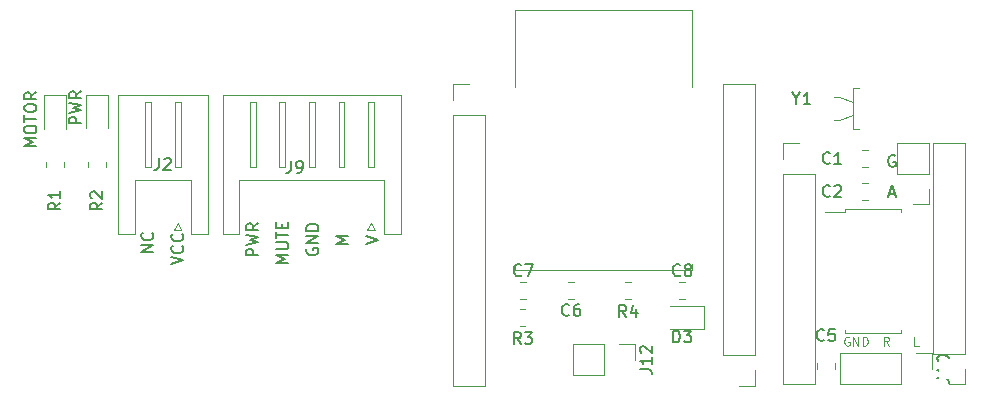
<source format=gto>
G04 #@! TF.GenerationSoftware,KiCad,Pcbnew,5.1.9+dfsg1-1*
G04 #@! TF.CreationDate,2022-11-10T15:58:18+09:00*
G04 #@! TF.ProjectId,adapter-board,61646170-7465-4722-9d62-6f6172642e6b,rev?*
G04 #@! TF.SameCoordinates,Original*
G04 #@! TF.FileFunction,Legend,Top*
G04 #@! TF.FilePolarity,Positive*
%FSLAX46Y46*%
G04 Gerber Fmt 4.6, Leading zero omitted, Abs format (unit mm)*
G04 Created by KiCad (PCBNEW 5.1.9+dfsg1-1) date 2022-11-10 15:58:18*
%MOMM*%
%LPD*%
G01*
G04 APERTURE LIST*
%ADD10C,0.100000*%
%ADD11C,0.150000*%
%ADD12C,0.120000*%
%ADD13C,5.600000*%
%ADD14C,1.524000*%
%ADD15R,1.700000X1.700000*%
%ADD16O,1.700000X1.700000*%
%ADD17R,3.000000X1.000000*%
%ADD18O,1.700000X2.000000*%
%ADD19O,1.700000X1.950000*%
%ADD20C,1.000000*%
%ADD21R,8.000000X3.000000*%
G04 APERTURE END LIST*
D10*
X159998142Y-88985285D02*
X159641000Y-88985285D01*
X159641000Y-88235285D01*
X157458142Y-88985285D02*
X157208142Y-88628142D01*
X157029571Y-88985285D02*
X157029571Y-88235285D01*
X157315285Y-88235285D01*
X157386714Y-88271000D01*
X157422428Y-88306714D01*
X157458142Y-88378142D01*
X157458142Y-88485285D01*
X157422428Y-88556714D01*
X157386714Y-88592428D01*
X157315285Y-88628142D01*
X157029571Y-88628142D01*
X154114571Y-88271000D02*
X154043142Y-88235285D01*
X153936000Y-88235285D01*
X153828857Y-88271000D01*
X153757428Y-88342428D01*
X153721714Y-88413857D01*
X153686000Y-88556714D01*
X153686000Y-88663857D01*
X153721714Y-88806714D01*
X153757428Y-88878142D01*
X153828857Y-88949571D01*
X153936000Y-88985285D01*
X154007428Y-88985285D01*
X154114571Y-88949571D01*
X154150285Y-88913857D01*
X154150285Y-88663857D01*
X154007428Y-88663857D01*
X154471714Y-88985285D02*
X154471714Y-88235285D01*
X154900285Y-88985285D01*
X154900285Y-88235285D01*
X155257428Y-88985285D02*
X155257428Y-88235285D01*
X155436000Y-88235285D01*
X155543142Y-88271000D01*
X155614571Y-88342428D01*
X155650285Y-88413857D01*
X155686000Y-88556714D01*
X155686000Y-88663857D01*
X155650285Y-88806714D01*
X155614571Y-88878142D01*
X155543142Y-88949571D01*
X155436000Y-88985285D01*
X155257428Y-88985285D01*
D11*
X157995904Y-72906000D02*
X157900666Y-72858380D01*
X157757809Y-72858380D01*
X157614952Y-72906000D01*
X157519714Y-73001238D01*
X157472095Y-73096476D01*
X157424476Y-73286952D01*
X157424476Y-73429809D01*
X157472095Y-73620285D01*
X157519714Y-73715523D01*
X157614952Y-73810761D01*
X157757809Y-73858380D01*
X157853047Y-73858380D01*
X157995904Y-73810761D01*
X158043523Y-73763142D01*
X158043523Y-73429809D01*
X157853047Y-73429809D01*
X157495904Y-76112666D02*
X157972095Y-76112666D01*
X157400666Y-76398380D02*
X157734000Y-75398380D01*
X158067333Y-76398380D01*
X113244380Y-80343333D02*
X114244380Y-80010000D01*
X113244380Y-79676666D01*
X111704380Y-80343333D02*
X110704380Y-80343333D01*
X111418666Y-80010000D01*
X110704380Y-79676666D01*
X111704380Y-79676666D01*
X108212000Y-80771904D02*
X108164380Y-80867142D01*
X108164380Y-81010000D01*
X108212000Y-81152857D01*
X108307238Y-81248095D01*
X108402476Y-81295714D01*
X108592952Y-81343333D01*
X108735809Y-81343333D01*
X108926285Y-81295714D01*
X109021523Y-81248095D01*
X109116761Y-81152857D01*
X109164380Y-81010000D01*
X109164380Y-80914761D01*
X109116761Y-80771904D01*
X109069142Y-80724285D01*
X108735809Y-80724285D01*
X108735809Y-80914761D01*
X109164380Y-80295714D02*
X108164380Y-80295714D01*
X109164380Y-79724285D01*
X108164380Y-79724285D01*
X109164380Y-79248095D02*
X108164380Y-79248095D01*
X108164380Y-79010000D01*
X108212000Y-78867142D01*
X108307238Y-78771904D01*
X108402476Y-78724285D01*
X108592952Y-78676666D01*
X108735809Y-78676666D01*
X108926285Y-78724285D01*
X109021523Y-78771904D01*
X109116761Y-78867142D01*
X109164380Y-79010000D01*
X109164380Y-79248095D01*
X106624380Y-81954476D02*
X105624380Y-81954476D01*
X106338666Y-81621142D01*
X105624380Y-81287809D01*
X106624380Y-81287809D01*
X105624380Y-80811619D02*
X106433904Y-80811619D01*
X106529142Y-80764000D01*
X106576761Y-80716380D01*
X106624380Y-80621142D01*
X106624380Y-80430666D01*
X106576761Y-80335428D01*
X106529142Y-80287809D01*
X106433904Y-80240190D01*
X105624380Y-80240190D01*
X105624380Y-79906857D02*
X105624380Y-79335428D01*
X106624380Y-79621142D02*
X105624380Y-79621142D01*
X106100571Y-79002095D02*
X106100571Y-78668761D01*
X106624380Y-78525904D02*
X106624380Y-79002095D01*
X105624380Y-79002095D01*
X105624380Y-78525904D01*
X104084380Y-81343333D02*
X103084380Y-81343333D01*
X103084380Y-80962380D01*
X103132000Y-80867142D01*
X103179619Y-80819523D01*
X103274857Y-80771904D01*
X103417714Y-80771904D01*
X103512952Y-80819523D01*
X103560571Y-80867142D01*
X103608190Y-80962380D01*
X103608190Y-81343333D01*
X103084380Y-80438571D02*
X104084380Y-80200476D01*
X103370095Y-80010000D01*
X104084380Y-79819523D01*
X103084380Y-79581428D01*
X104084380Y-78629047D02*
X103608190Y-78962380D01*
X104084380Y-79200476D02*
X103084380Y-79200476D01*
X103084380Y-78819523D01*
X103132000Y-78724285D01*
X103179619Y-78676666D01*
X103274857Y-78629047D01*
X103417714Y-78629047D01*
X103512952Y-78676666D01*
X103560571Y-78724285D01*
X103608190Y-78819523D01*
X103608190Y-79200476D01*
X95194380Y-81049714D02*
X94194380Y-81049714D01*
X95194380Y-80478285D01*
X94194380Y-80478285D01*
X95099142Y-79430666D02*
X95146761Y-79478285D01*
X95194380Y-79621142D01*
X95194380Y-79716380D01*
X95146761Y-79859238D01*
X95051523Y-79954476D01*
X94956285Y-80002095D01*
X94765809Y-80049714D01*
X94622952Y-80049714D01*
X94432476Y-80002095D01*
X94337238Y-79954476D01*
X94242000Y-79859238D01*
X94194380Y-79716380D01*
X94194380Y-79621142D01*
X94242000Y-79478285D01*
X94289619Y-79430666D01*
X96734380Y-82105333D02*
X97734380Y-81772000D01*
X96734380Y-81438666D01*
X97639142Y-80533904D02*
X97686761Y-80581523D01*
X97734380Y-80724380D01*
X97734380Y-80819619D01*
X97686761Y-80962476D01*
X97591523Y-81057714D01*
X97496285Y-81105333D01*
X97305809Y-81152952D01*
X97162952Y-81152952D01*
X96972476Y-81105333D01*
X96877238Y-81057714D01*
X96782000Y-80962476D01*
X96734380Y-80819619D01*
X96734380Y-80724380D01*
X96782000Y-80581523D01*
X96829619Y-80533904D01*
X97639142Y-79533904D02*
X97686761Y-79581523D01*
X97734380Y-79724380D01*
X97734380Y-79819619D01*
X97686761Y-79962476D01*
X97591523Y-80057714D01*
X97496285Y-80105333D01*
X97305809Y-80152952D01*
X97162952Y-80152952D01*
X96972476Y-80105333D01*
X96877238Y-80057714D01*
X96782000Y-79962476D01*
X96734380Y-79819619D01*
X96734380Y-79724380D01*
X96782000Y-79581523D01*
X96829619Y-79533904D01*
X85288380Y-72111904D02*
X84288380Y-72111904D01*
X85002666Y-71778571D01*
X84288380Y-71445238D01*
X85288380Y-71445238D01*
X84288380Y-70778571D02*
X84288380Y-70588095D01*
X84336000Y-70492857D01*
X84431238Y-70397619D01*
X84621714Y-70350000D01*
X84955047Y-70350000D01*
X85145523Y-70397619D01*
X85240761Y-70492857D01*
X85288380Y-70588095D01*
X85288380Y-70778571D01*
X85240761Y-70873809D01*
X85145523Y-70969047D01*
X84955047Y-71016666D01*
X84621714Y-71016666D01*
X84431238Y-70969047D01*
X84336000Y-70873809D01*
X84288380Y-70778571D01*
X84288380Y-70064285D02*
X84288380Y-69492857D01*
X85288380Y-69778571D02*
X84288380Y-69778571D01*
X84288380Y-68969047D02*
X84288380Y-68778571D01*
X84336000Y-68683333D01*
X84431238Y-68588095D01*
X84621714Y-68540476D01*
X84955047Y-68540476D01*
X85145523Y-68588095D01*
X85240761Y-68683333D01*
X85288380Y-68778571D01*
X85288380Y-68969047D01*
X85240761Y-69064285D01*
X85145523Y-69159523D01*
X84955047Y-69207142D01*
X84621714Y-69207142D01*
X84431238Y-69159523D01*
X84336000Y-69064285D01*
X84288380Y-68969047D01*
X85288380Y-67540476D02*
X84812190Y-67873809D01*
X85288380Y-68111904D02*
X84288380Y-68111904D01*
X84288380Y-67730952D01*
X84336000Y-67635714D01*
X84383619Y-67588095D01*
X84478857Y-67540476D01*
X84621714Y-67540476D01*
X84716952Y-67588095D01*
X84764571Y-67635714D01*
X84812190Y-67730952D01*
X84812190Y-68111904D01*
X89098380Y-70167333D02*
X88098380Y-70167333D01*
X88098380Y-69786380D01*
X88146000Y-69691142D01*
X88193619Y-69643523D01*
X88288857Y-69595904D01*
X88431714Y-69595904D01*
X88526952Y-69643523D01*
X88574571Y-69691142D01*
X88622190Y-69786380D01*
X88622190Y-70167333D01*
X88098380Y-69262571D02*
X89098380Y-69024476D01*
X88384095Y-68834000D01*
X89098380Y-68643523D01*
X88098380Y-68405428D01*
X89098380Y-67453047D02*
X88622190Y-67786380D01*
X89098380Y-68024476D02*
X88098380Y-68024476D01*
X88098380Y-67643523D01*
X88146000Y-67548285D01*
X88193619Y-67500666D01*
X88288857Y-67453047D01*
X88431714Y-67453047D01*
X88526952Y-67500666D01*
X88574571Y-67548285D01*
X88622190Y-67643523D01*
X88622190Y-68024476D01*
D12*
X120590000Y-66869000D02*
X121920000Y-66869000D01*
X120590000Y-68199000D02*
X120590000Y-66869000D01*
X120590000Y-69469000D02*
X123250000Y-69469000D01*
X123250000Y-69469000D02*
X123250000Y-92389000D01*
X120590000Y-69469000D02*
X120590000Y-92389000D01*
X120590000Y-92389000D02*
X123250000Y-92389000D01*
X148530000Y-71822000D02*
X149860000Y-71822000D01*
X148530000Y-73152000D02*
X148530000Y-71822000D01*
X148530000Y-74422000D02*
X151190000Y-74422000D01*
X151190000Y-74422000D02*
X151190000Y-92262000D01*
X148530000Y-74422000D02*
X148530000Y-92262000D01*
X148530000Y-92262000D02*
X151190000Y-92262000D01*
X140850000Y-82568000D02*
X140850000Y-82068000D01*
X125850000Y-82568000D02*
X140850000Y-82568000D01*
X125850000Y-82068000D02*
X125850000Y-82568000D01*
X140850000Y-60568000D02*
X125850000Y-60568000D01*
X140850000Y-67068000D02*
X140850000Y-60568000D01*
X125850000Y-67068000D02*
X125850000Y-60568000D01*
X153773000Y-77672000D02*
X152108000Y-77672000D01*
X153773000Y-77417000D02*
X153773000Y-77672000D01*
X156158000Y-77417000D02*
X153773000Y-77417000D01*
X158543000Y-77417000D02*
X158543000Y-77672000D01*
X156158000Y-77417000D02*
X158543000Y-77417000D01*
X153773000Y-87937000D02*
X153773000Y-87682000D01*
X156158000Y-87937000D02*
X153773000Y-87937000D01*
X158543000Y-87937000D02*
X158543000Y-87682000D01*
X156158000Y-87937000D02*
X158543000Y-87937000D01*
X146110000Y-66869000D02*
X143450000Y-66869000D01*
X146110000Y-89789000D02*
X146110000Y-66869000D01*
X143450000Y-89789000D02*
X143450000Y-66869000D01*
X146110000Y-89789000D02*
X143450000Y-89789000D01*
X146110000Y-91059000D02*
X146110000Y-92389000D01*
X146110000Y-92389000D02*
X144780000Y-92389000D01*
X163890000Y-71822000D02*
X161230000Y-71822000D01*
X163890000Y-89662000D02*
X163890000Y-71822000D01*
X161230000Y-89662000D02*
X161230000Y-71822000D01*
X163890000Y-89662000D02*
X161230000Y-89662000D01*
X163890000Y-90932000D02*
X163890000Y-92262000D01*
X163890000Y-92262000D02*
X162560000Y-92262000D01*
X87828000Y-70605000D02*
X87828000Y-67745000D01*
X87828000Y-67745000D02*
X85908000Y-67745000D01*
X85908000Y-67745000D02*
X85908000Y-70605000D01*
X89464000Y-67736000D02*
X89464000Y-70596000D01*
X91384000Y-67736000D02*
X89464000Y-67736000D01*
X91384000Y-70596000D02*
X91384000Y-67736000D01*
X96982000Y-79189000D02*
X97282000Y-78589000D01*
X97582000Y-79189000D02*
X96982000Y-79189000D01*
X97282000Y-78589000D02*
X97582000Y-79189000D01*
X94532000Y-73889000D02*
X95032000Y-73889000D01*
X94532000Y-68389000D02*
X94532000Y-73889000D01*
X95032000Y-68389000D02*
X94532000Y-68389000D01*
X95032000Y-73889000D02*
X95032000Y-68389000D01*
X97032000Y-73889000D02*
X97532000Y-73889000D01*
X97032000Y-68389000D02*
X97032000Y-73889000D01*
X97532000Y-68389000D02*
X97032000Y-68389000D01*
X97532000Y-73889000D02*
X97532000Y-68389000D01*
X93642000Y-74999000D02*
X96032000Y-74999000D01*
X93642000Y-79499000D02*
X93642000Y-74999000D01*
X92222000Y-79499000D02*
X93642000Y-79499000D01*
X92222000Y-67779000D02*
X92222000Y-79499000D01*
X96032000Y-67779000D02*
X92222000Y-67779000D01*
X98422000Y-74999000D02*
X96032000Y-74999000D01*
X98422000Y-79499000D02*
X98422000Y-74999000D01*
X99842000Y-79499000D02*
X98422000Y-79499000D01*
X99842000Y-67779000D02*
X99842000Y-79499000D01*
X96032000Y-67779000D02*
X99842000Y-67779000D01*
X113332000Y-79189000D02*
X113632000Y-78589000D01*
X113932000Y-79189000D02*
X113332000Y-79189000D01*
X113632000Y-78589000D02*
X113932000Y-79189000D01*
X103382000Y-73889000D02*
X103882000Y-73889000D01*
X103382000Y-68389000D02*
X103382000Y-73889000D01*
X103882000Y-68389000D02*
X103382000Y-68389000D01*
X103882000Y-73889000D02*
X103882000Y-68389000D01*
X105882000Y-73889000D02*
X106382000Y-73889000D01*
X105882000Y-68389000D02*
X105882000Y-73889000D01*
X106382000Y-68389000D02*
X105882000Y-68389000D01*
X106382000Y-73889000D02*
X106382000Y-68389000D01*
X108382000Y-73889000D02*
X108882000Y-73889000D01*
X108382000Y-68389000D02*
X108382000Y-73889000D01*
X108882000Y-68389000D02*
X108382000Y-68389000D01*
X108882000Y-73889000D02*
X108882000Y-68389000D01*
X110882000Y-73889000D02*
X111382000Y-73889000D01*
X110882000Y-68389000D02*
X110882000Y-73889000D01*
X111382000Y-68389000D02*
X110882000Y-68389000D01*
X111382000Y-73889000D02*
X111382000Y-68389000D01*
X113382000Y-73889000D02*
X113882000Y-73889000D01*
X113382000Y-68389000D02*
X113382000Y-73889000D01*
X113882000Y-68389000D02*
X113382000Y-68389000D01*
X113882000Y-73889000D02*
X113882000Y-68389000D01*
X102492000Y-74999000D02*
X108632000Y-74999000D01*
X102492000Y-79499000D02*
X102492000Y-74999000D01*
X101072000Y-79499000D02*
X102492000Y-79499000D01*
X101072000Y-67779000D02*
X101072000Y-79499000D01*
X108632000Y-67779000D02*
X101072000Y-67779000D01*
X114772000Y-74999000D02*
X108632000Y-74999000D01*
X114772000Y-79499000D02*
X114772000Y-74999000D01*
X116192000Y-79499000D02*
X114772000Y-79499000D01*
X116192000Y-67779000D02*
X116192000Y-79499000D01*
X108632000Y-67779000D02*
X116192000Y-67779000D01*
X87603000Y-73432936D02*
X87603000Y-73887064D01*
X86133000Y-73432936D02*
X86133000Y-73887064D01*
X89689000Y-73416936D02*
X89689000Y-73871064D01*
X91159000Y-73416936D02*
X91159000Y-73871064D01*
X155165248Y-72417000D02*
X155687752Y-72417000D01*
X155165248Y-73887000D02*
X155687752Y-73887000D01*
X155165248Y-76681000D02*
X155687752Y-76681000D01*
X155165248Y-75211000D02*
X155687752Y-75211000D01*
X154946000Y-70600000D02*
X154446000Y-70600000D01*
X154446000Y-70600000D02*
X154446000Y-67200000D01*
X154446000Y-67200000D02*
X154946000Y-67200000D01*
X154446000Y-69445000D02*
X153296000Y-69850000D01*
X153296000Y-69850000D02*
X152846000Y-69850000D01*
X154446000Y-68355000D02*
X153296000Y-67950000D01*
X153296000Y-67950000D02*
X152846000Y-67950000D01*
X151411000Y-90939252D02*
X151411000Y-90416748D01*
X152881000Y-90939252D02*
X152881000Y-90416748D01*
X160842000Y-71822000D02*
X158182000Y-71822000D01*
X160842000Y-74422000D02*
X160842000Y-71822000D01*
X158182000Y-74422000D02*
X158182000Y-71822000D01*
X160842000Y-74422000D02*
X158182000Y-74422000D01*
X160842000Y-75692000D02*
X160842000Y-77022000D01*
X160842000Y-77022000D02*
X159512000Y-77022000D01*
X153356000Y-89602000D02*
X153356000Y-92262000D01*
X158496000Y-89602000D02*
X153356000Y-89602000D01*
X158496000Y-92262000D02*
X153356000Y-92262000D01*
X158496000Y-89602000D02*
X158496000Y-92262000D01*
X159766000Y-89602000D02*
X161096000Y-89602000D01*
X161096000Y-89602000D02*
X161096000Y-90932000D01*
X130838752Y-83593000D02*
X130316248Y-83593000D01*
X130838752Y-85063000D02*
X130316248Y-85063000D01*
X126252248Y-83593000D02*
X126774752Y-83593000D01*
X126252248Y-85063000D02*
X126774752Y-85063000D01*
X126248936Y-85879000D02*
X126703064Y-85879000D01*
X126248936Y-87349000D02*
X126703064Y-87349000D01*
X139714248Y-83593000D02*
X140236752Y-83593000D01*
X139714248Y-85063000D02*
X140236752Y-85063000D01*
X138963000Y-87574000D02*
X141823000Y-87574000D01*
X141823000Y-87574000D02*
X141823000Y-85654000D01*
X141823000Y-85654000D02*
X138963000Y-85654000D01*
X130750000Y-88840000D02*
X130750000Y-91500000D01*
X133350000Y-88840000D02*
X130750000Y-88840000D01*
X133350000Y-91500000D02*
X130750000Y-91500000D01*
X133350000Y-88840000D02*
X133350000Y-91500000D01*
X134620000Y-88840000D02*
X135950000Y-88840000D01*
X135950000Y-88840000D02*
X135950000Y-90170000D01*
X135170936Y-83593000D02*
X135625064Y-83593000D01*
X135170936Y-85063000D02*
X135625064Y-85063000D01*
D11*
X95678666Y-73112380D02*
X95678666Y-73826666D01*
X95631047Y-73969523D01*
X95535809Y-74064761D01*
X95392952Y-74112380D01*
X95297714Y-74112380D01*
X96107238Y-73207619D02*
X96154857Y-73160000D01*
X96250095Y-73112380D01*
X96488190Y-73112380D01*
X96583428Y-73160000D01*
X96631047Y-73207619D01*
X96678666Y-73302857D01*
X96678666Y-73398095D01*
X96631047Y-73540952D01*
X96059619Y-74112380D01*
X96678666Y-74112380D01*
X106854666Y-73366380D02*
X106854666Y-74080666D01*
X106807047Y-74223523D01*
X106711809Y-74318761D01*
X106568952Y-74366380D01*
X106473714Y-74366380D01*
X107378476Y-74366380D02*
X107568952Y-74366380D01*
X107664190Y-74318761D01*
X107711809Y-74271142D01*
X107807047Y-74128285D01*
X107854666Y-73937809D01*
X107854666Y-73556857D01*
X107807047Y-73461619D01*
X107759428Y-73414000D01*
X107664190Y-73366380D01*
X107473714Y-73366380D01*
X107378476Y-73414000D01*
X107330857Y-73461619D01*
X107283238Y-73556857D01*
X107283238Y-73794952D01*
X107330857Y-73890190D01*
X107378476Y-73937809D01*
X107473714Y-73985428D01*
X107664190Y-73985428D01*
X107759428Y-73937809D01*
X107807047Y-73890190D01*
X107854666Y-73794952D01*
X87320380Y-76874666D02*
X86844190Y-77208000D01*
X87320380Y-77446095D02*
X86320380Y-77446095D01*
X86320380Y-77065142D01*
X86368000Y-76969904D01*
X86415619Y-76922285D01*
X86510857Y-76874666D01*
X86653714Y-76874666D01*
X86748952Y-76922285D01*
X86796571Y-76969904D01*
X86844190Y-77065142D01*
X86844190Y-77446095D01*
X87320380Y-75922285D02*
X87320380Y-76493714D01*
X87320380Y-76208000D02*
X86320380Y-76208000D01*
X86463238Y-76303238D01*
X86558476Y-76398476D01*
X86606095Y-76493714D01*
X90876380Y-76874666D02*
X90400190Y-77208000D01*
X90876380Y-77446095D02*
X89876380Y-77446095D01*
X89876380Y-77065142D01*
X89924000Y-76969904D01*
X89971619Y-76922285D01*
X90066857Y-76874666D01*
X90209714Y-76874666D01*
X90304952Y-76922285D01*
X90352571Y-76969904D01*
X90400190Y-77065142D01*
X90400190Y-77446095D01*
X89971619Y-76493714D02*
X89924000Y-76446095D01*
X89876380Y-76350857D01*
X89876380Y-76112761D01*
X89924000Y-76017523D01*
X89971619Y-75969904D01*
X90066857Y-75922285D01*
X90162095Y-75922285D01*
X90304952Y-75969904D01*
X90876380Y-76541333D01*
X90876380Y-75922285D01*
X152487333Y-73509142D02*
X152439714Y-73556761D01*
X152296857Y-73604380D01*
X152201619Y-73604380D01*
X152058761Y-73556761D01*
X151963523Y-73461523D01*
X151915904Y-73366285D01*
X151868285Y-73175809D01*
X151868285Y-73032952D01*
X151915904Y-72842476D01*
X151963523Y-72747238D01*
X152058761Y-72652000D01*
X152201619Y-72604380D01*
X152296857Y-72604380D01*
X152439714Y-72652000D01*
X152487333Y-72699619D01*
X153439714Y-73604380D02*
X152868285Y-73604380D01*
X153154000Y-73604380D02*
X153154000Y-72604380D01*
X153058761Y-72747238D01*
X152963523Y-72842476D01*
X152868285Y-72890095D01*
X152487333Y-76303142D02*
X152439714Y-76350761D01*
X152296857Y-76398380D01*
X152201619Y-76398380D01*
X152058761Y-76350761D01*
X151963523Y-76255523D01*
X151915904Y-76160285D01*
X151868285Y-75969809D01*
X151868285Y-75826952D01*
X151915904Y-75636476D01*
X151963523Y-75541238D01*
X152058761Y-75446000D01*
X152201619Y-75398380D01*
X152296857Y-75398380D01*
X152439714Y-75446000D01*
X152487333Y-75493619D01*
X152868285Y-75493619D02*
X152915904Y-75446000D01*
X153011142Y-75398380D01*
X153249238Y-75398380D01*
X153344476Y-75446000D01*
X153392095Y-75493619D01*
X153439714Y-75588857D01*
X153439714Y-75684095D01*
X153392095Y-75826952D01*
X152820666Y-76398380D01*
X153439714Y-76398380D01*
X149637809Y-68048190D02*
X149637809Y-68524380D01*
X149304476Y-67524380D02*
X149637809Y-68048190D01*
X149971142Y-67524380D01*
X150828285Y-68524380D02*
X150256857Y-68524380D01*
X150542571Y-68524380D02*
X150542571Y-67524380D01*
X150447333Y-67667238D01*
X150352095Y-67762476D01*
X150256857Y-67810095D01*
X151979333Y-88495142D02*
X151931714Y-88542761D01*
X151788857Y-88590380D01*
X151693619Y-88590380D01*
X151550761Y-88542761D01*
X151455523Y-88447523D01*
X151407904Y-88352285D01*
X151360285Y-88161809D01*
X151360285Y-88018952D01*
X151407904Y-87828476D01*
X151455523Y-87733238D01*
X151550761Y-87638000D01*
X151693619Y-87590380D01*
X151788857Y-87590380D01*
X151931714Y-87638000D01*
X151979333Y-87685619D01*
X152884095Y-87590380D02*
X152407904Y-87590380D01*
X152360285Y-88066571D01*
X152407904Y-88018952D01*
X152503142Y-87971333D01*
X152741238Y-87971333D01*
X152836476Y-88018952D01*
X152884095Y-88066571D01*
X152931714Y-88161809D01*
X152931714Y-88399904D01*
X152884095Y-88495142D01*
X152836476Y-88542761D01*
X152741238Y-88590380D01*
X152503142Y-88590380D01*
X152407904Y-88542761D01*
X152360285Y-88495142D01*
X161548380Y-91741523D02*
X162262666Y-91741523D01*
X162405523Y-91789142D01*
X162500761Y-91884380D01*
X162548380Y-92027238D01*
X162548380Y-92122476D01*
X162548380Y-90741523D02*
X162548380Y-91312952D01*
X162548380Y-91027238D02*
X161548380Y-91027238D01*
X161691238Y-91122476D01*
X161786476Y-91217714D01*
X161834095Y-91312952D01*
X161548380Y-90122476D02*
X161548380Y-90027238D01*
X161596000Y-89932000D01*
X161643619Y-89884380D01*
X161738857Y-89836761D01*
X161929333Y-89789142D01*
X162167428Y-89789142D01*
X162357904Y-89836761D01*
X162453142Y-89884380D01*
X162500761Y-89932000D01*
X162548380Y-90027238D01*
X162548380Y-90122476D01*
X162500761Y-90217714D01*
X162453142Y-90265333D01*
X162357904Y-90312952D01*
X162167428Y-90360571D01*
X161929333Y-90360571D01*
X161738857Y-90312952D01*
X161643619Y-90265333D01*
X161596000Y-90217714D01*
X161548380Y-90122476D01*
X130410833Y-86365142D02*
X130363214Y-86412761D01*
X130220357Y-86460380D01*
X130125119Y-86460380D01*
X129982261Y-86412761D01*
X129887023Y-86317523D01*
X129839404Y-86222285D01*
X129791785Y-86031809D01*
X129791785Y-85888952D01*
X129839404Y-85698476D01*
X129887023Y-85603238D01*
X129982261Y-85508000D01*
X130125119Y-85460380D01*
X130220357Y-85460380D01*
X130363214Y-85508000D01*
X130410833Y-85555619D01*
X131267976Y-85460380D02*
X131077500Y-85460380D01*
X130982261Y-85508000D01*
X130934642Y-85555619D01*
X130839404Y-85698476D01*
X130791785Y-85888952D01*
X130791785Y-86269904D01*
X130839404Y-86365142D01*
X130887023Y-86412761D01*
X130982261Y-86460380D01*
X131172738Y-86460380D01*
X131267976Y-86412761D01*
X131315595Y-86365142D01*
X131363214Y-86269904D01*
X131363214Y-86031809D01*
X131315595Y-85936571D01*
X131267976Y-85888952D01*
X131172738Y-85841333D01*
X130982261Y-85841333D01*
X130887023Y-85888952D01*
X130839404Y-85936571D01*
X130791785Y-86031809D01*
X126346833Y-83005142D02*
X126299214Y-83052761D01*
X126156357Y-83100380D01*
X126061119Y-83100380D01*
X125918261Y-83052761D01*
X125823023Y-82957523D01*
X125775404Y-82862285D01*
X125727785Y-82671809D01*
X125727785Y-82528952D01*
X125775404Y-82338476D01*
X125823023Y-82243238D01*
X125918261Y-82148000D01*
X126061119Y-82100380D01*
X126156357Y-82100380D01*
X126299214Y-82148000D01*
X126346833Y-82195619D01*
X126680166Y-82100380D02*
X127346833Y-82100380D01*
X126918261Y-83100380D01*
X126309333Y-88844380D02*
X125976000Y-88368190D01*
X125737904Y-88844380D02*
X125737904Y-87844380D01*
X126118857Y-87844380D01*
X126214095Y-87892000D01*
X126261714Y-87939619D01*
X126309333Y-88034857D01*
X126309333Y-88177714D01*
X126261714Y-88272952D01*
X126214095Y-88320571D01*
X126118857Y-88368190D01*
X125737904Y-88368190D01*
X126642666Y-87844380D02*
X127261714Y-87844380D01*
X126928380Y-88225333D01*
X127071238Y-88225333D01*
X127166476Y-88272952D01*
X127214095Y-88320571D01*
X127261714Y-88415809D01*
X127261714Y-88653904D01*
X127214095Y-88749142D01*
X127166476Y-88796761D01*
X127071238Y-88844380D01*
X126785523Y-88844380D01*
X126690285Y-88796761D01*
X126642666Y-88749142D01*
X139808833Y-83005142D02*
X139761214Y-83052761D01*
X139618357Y-83100380D01*
X139523119Y-83100380D01*
X139380261Y-83052761D01*
X139285023Y-82957523D01*
X139237404Y-82862285D01*
X139189785Y-82671809D01*
X139189785Y-82528952D01*
X139237404Y-82338476D01*
X139285023Y-82243238D01*
X139380261Y-82148000D01*
X139523119Y-82100380D01*
X139618357Y-82100380D01*
X139761214Y-82148000D01*
X139808833Y-82195619D01*
X140380261Y-82528952D02*
X140285023Y-82481333D01*
X140237404Y-82433714D01*
X140189785Y-82338476D01*
X140189785Y-82290857D01*
X140237404Y-82195619D01*
X140285023Y-82148000D01*
X140380261Y-82100380D01*
X140570738Y-82100380D01*
X140665976Y-82148000D01*
X140713595Y-82195619D01*
X140761214Y-82290857D01*
X140761214Y-82338476D01*
X140713595Y-82433714D01*
X140665976Y-82481333D01*
X140570738Y-82528952D01*
X140380261Y-82528952D01*
X140285023Y-82576571D01*
X140237404Y-82624190D01*
X140189785Y-82719428D01*
X140189785Y-82909904D01*
X140237404Y-83005142D01*
X140285023Y-83052761D01*
X140380261Y-83100380D01*
X140570738Y-83100380D01*
X140665976Y-83052761D01*
X140713595Y-83005142D01*
X140761214Y-82909904D01*
X140761214Y-82719428D01*
X140713595Y-82624190D01*
X140665976Y-82576571D01*
X140570738Y-82528952D01*
X139224904Y-88716380D02*
X139224904Y-87716380D01*
X139463000Y-87716380D01*
X139605857Y-87764000D01*
X139701095Y-87859238D01*
X139748714Y-87954476D01*
X139796333Y-88144952D01*
X139796333Y-88287809D01*
X139748714Y-88478285D01*
X139701095Y-88573523D01*
X139605857Y-88668761D01*
X139463000Y-88716380D01*
X139224904Y-88716380D01*
X140129666Y-87716380D02*
X140748714Y-87716380D01*
X140415380Y-88097333D01*
X140558238Y-88097333D01*
X140653476Y-88144952D01*
X140701095Y-88192571D01*
X140748714Y-88287809D01*
X140748714Y-88525904D01*
X140701095Y-88621142D01*
X140653476Y-88668761D01*
X140558238Y-88716380D01*
X140272523Y-88716380D01*
X140177285Y-88668761D01*
X140129666Y-88621142D01*
X136402380Y-90979523D02*
X137116666Y-90979523D01*
X137259523Y-91027142D01*
X137354761Y-91122380D01*
X137402380Y-91265238D01*
X137402380Y-91360476D01*
X137402380Y-89979523D02*
X137402380Y-90550952D01*
X137402380Y-90265238D02*
X136402380Y-90265238D01*
X136545238Y-90360476D01*
X136640476Y-90455714D01*
X136688095Y-90550952D01*
X136497619Y-89598571D02*
X136450000Y-89550952D01*
X136402380Y-89455714D01*
X136402380Y-89217619D01*
X136450000Y-89122380D01*
X136497619Y-89074761D01*
X136592857Y-89027142D01*
X136688095Y-89027142D01*
X136830952Y-89074761D01*
X137402380Y-89646190D01*
X137402380Y-89027142D01*
X135231333Y-86558380D02*
X134898000Y-86082190D01*
X134659904Y-86558380D02*
X134659904Y-85558380D01*
X135040857Y-85558380D01*
X135136095Y-85606000D01*
X135183714Y-85653619D01*
X135231333Y-85748857D01*
X135231333Y-85891714D01*
X135183714Y-85986952D01*
X135136095Y-86034571D01*
X135040857Y-86082190D01*
X134659904Y-86082190D01*
X136088476Y-85891714D02*
X136088476Y-86558380D01*
X135850380Y-85510761D02*
X135612285Y-86225047D01*
X136231333Y-86225047D01*
%LPC*%
D13*
X113792000Y-83820000D03*
X87122000Y-83820000D03*
D14*
X107315000Y-85852000D03*
X104775000Y-85852000D03*
X102235000Y-85852000D03*
X99695000Y-85852000D03*
X97155000Y-85852000D03*
X94615000Y-85852000D03*
X106045000Y-88392000D03*
X103505000Y-88392000D03*
X100965000Y-88392000D03*
X98425000Y-88392000D03*
X95885000Y-88392000D03*
X93345000Y-88392000D03*
D15*
X121920000Y-68199000D03*
D16*
X121920000Y-70739000D03*
X121920000Y-73279000D03*
X121920000Y-75819000D03*
X121920000Y-78359000D03*
X121920000Y-80899000D03*
X121920000Y-83439000D03*
X121920000Y-85979000D03*
X121920000Y-88519000D03*
X121920000Y-91059000D03*
D15*
X149860000Y-73152000D03*
D16*
X149860000Y-75692000D03*
X149860000Y-78232000D03*
X149860000Y-80772000D03*
X149860000Y-83312000D03*
X149860000Y-85852000D03*
X149860000Y-88392000D03*
X149860000Y-90932000D03*
D17*
X125850000Y-67818000D03*
X125850000Y-69318000D03*
X125850000Y-70818000D03*
X125850000Y-72318000D03*
X125850000Y-73818000D03*
X125850000Y-75318000D03*
X125850000Y-76818000D03*
X125850000Y-78318000D03*
X125850000Y-79818000D03*
X125850000Y-81318000D03*
X140850000Y-81318000D03*
X140850000Y-79818000D03*
X140850000Y-78318000D03*
X140850000Y-76818000D03*
X140850000Y-75318000D03*
X140850000Y-73818000D03*
X140850000Y-72318000D03*
X140850000Y-70818000D03*
X140850000Y-69318000D03*
X140850000Y-67818000D03*
G36*
G01*
X152108000Y-78382000D02*
X152108000Y-78082000D01*
G75*
G02*
X152258000Y-77932000I150000J0D01*
G01*
X153558000Y-77932000D01*
G75*
G02*
X153708000Y-78082000I0J-150000D01*
G01*
X153708000Y-78382000D01*
G75*
G02*
X153558000Y-78532000I-150000J0D01*
G01*
X152258000Y-78532000D01*
G75*
G02*
X152108000Y-78382000I0J150000D01*
G01*
G37*
G36*
G01*
X152108000Y-79652000D02*
X152108000Y-79352000D01*
G75*
G02*
X152258000Y-79202000I150000J0D01*
G01*
X153558000Y-79202000D01*
G75*
G02*
X153708000Y-79352000I0J-150000D01*
G01*
X153708000Y-79652000D01*
G75*
G02*
X153558000Y-79802000I-150000J0D01*
G01*
X152258000Y-79802000D01*
G75*
G02*
X152108000Y-79652000I0J150000D01*
G01*
G37*
G36*
G01*
X152108000Y-80922000D02*
X152108000Y-80622000D01*
G75*
G02*
X152258000Y-80472000I150000J0D01*
G01*
X153558000Y-80472000D01*
G75*
G02*
X153708000Y-80622000I0J-150000D01*
G01*
X153708000Y-80922000D01*
G75*
G02*
X153558000Y-81072000I-150000J0D01*
G01*
X152258000Y-81072000D01*
G75*
G02*
X152108000Y-80922000I0J150000D01*
G01*
G37*
G36*
G01*
X152108000Y-82192000D02*
X152108000Y-81892000D01*
G75*
G02*
X152258000Y-81742000I150000J0D01*
G01*
X153558000Y-81742000D01*
G75*
G02*
X153708000Y-81892000I0J-150000D01*
G01*
X153708000Y-82192000D01*
G75*
G02*
X153558000Y-82342000I-150000J0D01*
G01*
X152258000Y-82342000D01*
G75*
G02*
X152108000Y-82192000I0J150000D01*
G01*
G37*
G36*
G01*
X152108000Y-83462000D02*
X152108000Y-83162000D01*
G75*
G02*
X152258000Y-83012000I150000J0D01*
G01*
X153558000Y-83012000D01*
G75*
G02*
X153708000Y-83162000I0J-150000D01*
G01*
X153708000Y-83462000D01*
G75*
G02*
X153558000Y-83612000I-150000J0D01*
G01*
X152258000Y-83612000D01*
G75*
G02*
X152108000Y-83462000I0J150000D01*
G01*
G37*
G36*
G01*
X152108000Y-84732000D02*
X152108000Y-84432000D01*
G75*
G02*
X152258000Y-84282000I150000J0D01*
G01*
X153558000Y-84282000D01*
G75*
G02*
X153708000Y-84432000I0J-150000D01*
G01*
X153708000Y-84732000D01*
G75*
G02*
X153558000Y-84882000I-150000J0D01*
G01*
X152258000Y-84882000D01*
G75*
G02*
X152108000Y-84732000I0J150000D01*
G01*
G37*
G36*
G01*
X152108000Y-86002000D02*
X152108000Y-85702000D01*
G75*
G02*
X152258000Y-85552000I150000J0D01*
G01*
X153558000Y-85552000D01*
G75*
G02*
X153708000Y-85702000I0J-150000D01*
G01*
X153708000Y-86002000D01*
G75*
G02*
X153558000Y-86152000I-150000J0D01*
G01*
X152258000Y-86152000D01*
G75*
G02*
X152108000Y-86002000I0J150000D01*
G01*
G37*
G36*
G01*
X152108000Y-87272000D02*
X152108000Y-86972000D01*
G75*
G02*
X152258000Y-86822000I150000J0D01*
G01*
X153558000Y-86822000D01*
G75*
G02*
X153708000Y-86972000I0J-150000D01*
G01*
X153708000Y-87272000D01*
G75*
G02*
X153558000Y-87422000I-150000J0D01*
G01*
X152258000Y-87422000D01*
G75*
G02*
X152108000Y-87272000I0J150000D01*
G01*
G37*
G36*
G01*
X158608000Y-87272000D02*
X158608000Y-86972000D01*
G75*
G02*
X158758000Y-86822000I150000J0D01*
G01*
X160058000Y-86822000D01*
G75*
G02*
X160208000Y-86972000I0J-150000D01*
G01*
X160208000Y-87272000D01*
G75*
G02*
X160058000Y-87422000I-150000J0D01*
G01*
X158758000Y-87422000D01*
G75*
G02*
X158608000Y-87272000I0J150000D01*
G01*
G37*
G36*
G01*
X158608000Y-86002000D02*
X158608000Y-85702000D01*
G75*
G02*
X158758000Y-85552000I150000J0D01*
G01*
X160058000Y-85552000D01*
G75*
G02*
X160208000Y-85702000I0J-150000D01*
G01*
X160208000Y-86002000D01*
G75*
G02*
X160058000Y-86152000I-150000J0D01*
G01*
X158758000Y-86152000D01*
G75*
G02*
X158608000Y-86002000I0J150000D01*
G01*
G37*
G36*
G01*
X158608000Y-84732000D02*
X158608000Y-84432000D01*
G75*
G02*
X158758000Y-84282000I150000J0D01*
G01*
X160058000Y-84282000D01*
G75*
G02*
X160208000Y-84432000I0J-150000D01*
G01*
X160208000Y-84732000D01*
G75*
G02*
X160058000Y-84882000I-150000J0D01*
G01*
X158758000Y-84882000D01*
G75*
G02*
X158608000Y-84732000I0J150000D01*
G01*
G37*
G36*
G01*
X158608000Y-83462000D02*
X158608000Y-83162000D01*
G75*
G02*
X158758000Y-83012000I150000J0D01*
G01*
X160058000Y-83012000D01*
G75*
G02*
X160208000Y-83162000I0J-150000D01*
G01*
X160208000Y-83462000D01*
G75*
G02*
X160058000Y-83612000I-150000J0D01*
G01*
X158758000Y-83612000D01*
G75*
G02*
X158608000Y-83462000I0J150000D01*
G01*
G37*
G36*
G01*
X158608000Y-82192000D02*
X158608000Y-81892000D01*
G75*
G02*
X158758000Y-81742000I150000J0D01*
G01*
X160058000Y-81742000D01*
G75*
G02*
X160208000Y-81892000I0J-150000D01*
G01*
X160208000Y-82192000D01*
G75*
G02*
X160058000Y-82342000I-150000J0D01*
G01*
X158758000Y-82342000D01*
G75*
G02*
X158608000Y-82192000I0J150000D01*
G01*
G37*
G36*
G01*
X158608000Y-80922000D02*
X158608000Y-80622000D01*
G75*
G02*
X158758000Y-80472000I150000J0D01*
G01*
X160058000Y-80472000D01*
G75*
G02*
X160208000Y-80622000I0J-150000D01*
G01*
X160208000Y-80922000D01*
G75*
G02*
X160058000Y-81072000I-150000J0D01*
G01*
X158758000Y-81072000D01*
G75*
G02*
X158608000Y-80922000I0J150000D01*
G01*
G37*
G36*
G01*
X158608000Y-79652000D02*
X158608000Y-79352000D01*
G75*
G02*
X158758000Y-79202000I150000J0D01*
G01*
X160058000Y-79202000D01*
G75*
G02*
X160208000Y-79352000I0J-150000D01*
G01*
X160208000Y-79652000D01*
G75*
G02*
X160058000Y-79802000I-150000J0D01*
G01*
X158758000Y-79802000D01*
G75*
G02*
X158608000Y-79652000I0J150000D01*
G01*
G37*
G36*
G01*
X158608000Y-78382000D02*
X158608000Y-78082000D01*
G75*
G02*
X158758000Y-77932000I150000J0D01*
G01*
X160058000Y-77932000D01*
G75*
G02*
X160208000Y-78082000I0J-150000D01*
G01*
X160208000Y-78382000D01*
G75*
G02*
X160058000Y-78532000I-150000J0D01*
G01*
X158758000Y-78532000D01*
G75*
G02*
X158608000Y-78382000I0J150000D01*
G01*
G37*
D16*
X144780000Y-68199000D03*
X144780000Y-70739000D03*
X144780000Y-73279000D03*
X144780000Y-75819000D03*
X144780000Y-78359000D03*
X144780000Y-80899000D03*
X144780000Y-83439000D03*
X144780000Y-85979000D03*
X144780000Y-88519000D03*
D15*
X144780000Y-91059000D03*
D16*
X162560000Y-73152000D03*
X162560000Y-75692000D03*
X162560000Y-78232000D03*
X162560000Y-80772000D03*
X162560000Y-83312000D03*
X162560000Y-85852000D03*
X162560000Y-88392000D03*
D15*
X162560000Y-90932000D03*
G36*
G01*
X86417999Y-70055000D02*
X87318001Y-70055000D01*
G75*
G02*
X87568000Y-70304999I0J-249999D01*
G01*
X87568000Y-70955001D01*
G75*
G02*
X87318001Y-71205000I-249999J0D01*
G01*
X86417999Y-71205000D01*
G75*
G02*
X86168000Y-70955001I0J249999D01*
G01*
X86168000Y-70304999D01*
G75*
G02*
X86417999Y-70055000I249999J0D01*
G01*
G37*
G36*
G01*
X86417999Y-68005000D02*
X87318001Y-68005000D01*
G75*
G02*
X87568000Y-68254999I0J-249999D01*
G01*
X87568000Y-68905001D01*
G75*
G02*
X87318001Y-69155000I-249999J0D01*
G01*
X86417999Y-69155000D01*
G75*
G02*
X86168000Y-68905001I0J249999D01*
G01*
X86168000Y-68254999D01*
G75*
G02*
X86417999Y-68005000I249999J0D01*
G01*
G37*
G36*
G01*
X89973999Y-67996000D02*
X90874001Y-67996000D01*
G75*
G02*
X91124000Y-68245999I0J-249999D01*
G01*
X91124000Y-68896001D01*
G75*
G02*
X90874001Y-69146000I-249999J0D01*
G01*
X89973999Y-69146000D01*
G75*
G02*
X89724000Y-68896001I0J249999D01*
G01*
X89724000Y-68245999D01*
G75*
G02*
X89973999Y-67996000I249999J0D01*
G01*
G37*
G36*
G01*
X89973999Y-70046000D02*
X90874001Y-70046000D01*
G75*
G02*
X91124000Y-70295999I0J-249999D01*
G01*
X91124000Y-70946001D01*
G75*
G02*
X90874001Y-71196000I-249999J0D01*
G01*
X89973999Y-71196000D01*
G75*
G02*
X89724000Y-70946001I0J249999D01*
G01*
X89724000Y-70295999D01*
G75*
G02*
X89973999Y-70046000I249999J0D01*
G01*
G37*
G36*
G01*
X98132000Y-76339000D02*
X98132000Y-77839000D01*
G75*
G02*
X97882000Y-78089000I-250000J0D01*
G01*
X96682000Y-78089000D01*
G75*
G02*
X96432000Y-77839000I0J250000D01*
G01*
X96432000Y-76339000D01*
G75*
G02*
X96682000Y-76089000I250000J0D01*
G01*
X97882000Y-76089000D01*
G75*
G02*
X98132000Y-76339000I0J-250000D01*
G01*
G37*
D18*
X94782000Y-77089000D03*
G36*
G01*
X114482000Y-76364000D02*
X114482000Y-77814000D01*
G75*
G02*
X114232000Y-78064000I-250000J0D01*
G01*
X113032000Y-78064000D01*
G75*
G02*
X112782000Y-77814000I0J250000D01*
G01*
X112782000Y-76364000D01*
G75*
G02*
X113032000Y-76114000I250000J0D01*
G01*
X114232000Y-76114000D01*
G75*
G02*
X114482000Y-76364000I0J-250000D01*
G01*
G37*
D19*
X111132000Y-77089000D03*
X108632000Y-77089000D03*
X106132000Y-77089000D03*
X103632000Y-77089000D03*
G36*
G01*
X86417999Y-74060000D02*
X87318001Y-74060000D01*
G75*
G02*
X87568000Y-74309999I0J-249999D01*
G01*
X87568000Y-75010001D01*
G75*
G02*
X87318001Y-75260000I-249999J0D01*
G01*
X86417999Y-75260000D01*
G75*
G02*
X86168000Y-75010001I0J249999D01*
G01*
X86168000Y-74309999D01*
G75*
G02*
X86417999Y-74060000I249999J0D01*
G01*
G37*
G36*
G01*
X86417999Y-72060000D02*
X87318001Y-72060000D01*
G75*
G02*
X87568000Y-72309999I0J-249999D01*
G01*
X87568000Y-73010001D01*
G75*
G02*
X87318001Y-73260000I-249999J0D01*
G01*
X86417999Y-73260000D01*
G75*
G02*
X86168000Y-73010001I0J249999D01*
G01*
X86168000Y-72309999D01*
G75*
G02*
X86417999Y-72060000I249999J0D01*
G01*
G37*
G36*
G01*
X89973999Y-72044000D02*
X90874001Y-72044000D01*
G75*
G02*
X91124000Y-72293999I0J-249999D01*
G01*
X91124000Y-72994001D01*
G75*
G02*
X90874001Y-73244000I-249999J0D01*
G01*
X89973999Y-73244000D01*
G75*
G02*
X89724000Y-72994001I0J249999D01*
G01*
X89724000Y-72293999D01*
G75*
G02*
X89973999Y-72044000I249999J0D01*
G01*
G37*
G36*
G01*
X89973999Y-74044000D02*
X90874001Y-74044000D01*
G75*
G02*
X91124000Y-74293999I0J-249999D01*
G01*
X91124000Y-74994001D01*
G75*
G02*
X90874001Y-75244000I-249999J0D01*
G01*
X89973999Y-75244000D01*
G75*
G02*
X89724000Y-74994001I0J249999D01*
G01*
X89724000Y-74293999D01*
G75*
G02*
X89973999Y-74044000I249999J0D01*
G01*
G37*
G36*
G01*
X153801500Y-73627000D02*
X153801500Y-72677000D01*
G75*
G02*
X154051500Y-72427000I250000J0D01*
G01*
X154726500Y-72427000D01*
G75*
G02*
X154976500Y-72677000I0J-250000D01*
G01*
X154976500Y-73627000D01*
G75*
G02*
X154726500Y-73877000I-250000J0D01*
G01*
X154051500Y-73877000D01*
G75*
G02*
X153801500Y-73627000I0J250000D01*
G01*
G37*
G36*
G01*
X155876500Y-73627000D02*
X155876500Y-72677000D01*
G75*
G02*
X156126500Y-72427000I250000J0D01*
G01*
X156801500Y-72427000D01*
G75*
G02*
X157051500Y-72677000I0J-250000D01*
G01*
X157051500Y-73627000D01*
G75*
G02*
X156801500Y-73877000I-250000J0D01*
G01*
X156126500Y-73877000D01*
G75*
G02*
X155876500Y-73627000I0J250000D01*
G01*
G37*
G36*
G01*
X155876500Y-76421000D02*
X155876500Y-75471000D01*
G75*
G02*
X156126500Y-75221000I250000J0D01*
G01*
X156801500Y-75221000D01*
G75*
G02*
X157051500Y-75471000I0J-250000D01*
G01*
X157051500Y-76421000D01*
G75*
G02*
X156801500Y-76671000I-250000J0D01*
G01*
X156126500Y-76671000D01*
G75*
G02*
X155876500Y-76421000I0J250000D01*
G01*
G37*
G36*
G01*
X153801500Y-76421000D02*
X153801500Y-75471000D01*
G75*
G02*
X154051500Y-75221000I250000J0D01*
G01*
X154726500Y-75221000D01*
G75*
G02*
X154976500Y-75471000I0J-250000D01*
G01*
X154976500Y-76421000D01*
G75*
G02*
X154726500Y-76671000I-250000J0D01*
G01*
X154051500Y-76671000D01*
G75*
G02*
X153801500Y-76421000I0J250000D01*
G01*
G37*
D20*
X152146000Y-69850000D03*
X152146000Y-67950000D03*
D21*
X159146000Y-68900000D03*
G36*
G01*
X152621000Y-92303000D02*
X151671000Y-92303000D01*
G75*
G02*
X151421000Y-92053000I0J250000D01*
G01*
X151421000Y-91378000D01*
G75*
G02*
X151671000Y-91128000I250000J0D01*
G01*
X152621000Y-91128000D01*
G75*
G02*
X152871000Y-91378000I0J-250000D01*
G01*
X152871000Y-92053000D01*
G75*
G02*
X152621000Y-92303000I-250000J0D01*
G01*
G37*
G36*
G01*
X152621000Y-90228000D02*
X151671000Y-90228000D01*
G75*
G02*
X151421000Y-89978000I0J250000D01*
G01*
X151421000Y-89303000D01*
G75*
G02*
X151671000Y-89053000I250000J0D01*
G01*
X152621000Y-89053000D01*
G75*
G02*
X152871000Y-89303000I0J-250000D01*
G01*
X152871000Y-89978000D01*
G75*
G02*
X152621000Y-90228000I-250000J0D01*
G01*
G37*
D15*
X159512000Y-75692000D03*
D16*
X159512000Y-73152000D03*
D15*
X159766000Y-90932000D03*
D16*
X157226000Y-90932000D03*
X154686000Y-90932000D03*
G36*
G01*
X130127500Y-83853000D02*
X130127500Y-84803000D01*
G75*
G02*
X129877500Y-85053000I-250000J0D01*
G01*
X129202500Y-85053000D01*
G75*
G02*
X128952500Y-84803000I0J250000D01*
G01*
X128952500Y-83853000D01*
G75*
G02*
X129202500Y-83603000I250000J0D01*
G01*
X129877500Y-83603000D01*
G75*
G02*
X130127500Y-83853000I0J-250000D01*
G01*
G37*
G36*
G01*
X132202500Y-83853000D02*
X132202500Y-84803000D01*
G75*
G02*
X131952500Y-85053000I-250000J0D01*
G01*
X131277500Y-85053000D01*
G75*
G02*
X131027500Y-84803000I0J250000D01*
G01*
X131027500Y-83853000D01*
G75*
G02*
X131277500Y-83603000I250000J0D01*
G01*
X131952500Y-83603000D01*
G75*
G02*
X132202500Y-83853000I0J-250000D01*
G01*
G37*
G36*
G01*
X124888500Y-84803000D02*
X124888500Y-83853000D01*
G75*
G02*
X125138500Y-83603000I250000J0D01*
G01*
X125813500Y-83603000D01*
G75*
G02*
X126063500Y-83853000I0J-250000D01*
G01*
X126063500Y-84803000D01*
G75*
G02*
X125813500Y-85053000I-250000J0D01*
G01*
X125138500Y-85053000D01*
G75*
G02*
X124888500Y-84803000I0J250000D01*
G01*
G37*
G36*
G01*
X126963500Y-84803000D02*
X126963500Y-83853000D01*
G75*
G02*
X127213500Y-83603000I250000J0D01*
G01*
X127888500Y-83603000D01*
G75*
G02*
X128138500Y-83853000I0J-250000D01*
G01*
X128138500Y-84803000D01*
G75*
G02*
X127888500Y-85053000I-250000J0D01*
G01*
X127213500Y-85053000D01*
G75*
G02*
X126963500Y-84803000I0J250000D01*
G01*
G37*
G36*
G01*
X124876000Y-87064001D02*
X124876000Y-86163999D01*
G75*
G02*
X125125999Y-85914000I249999J0D01*
G01*
X125826001Y-85914000D01*
G75*
G02*
X126076000Y-86163999I0J-249999D01*
G01*
X126076000Y-87064001D01*
G75*
G02*
X125826001Y-87314000I-249999J0D01*
G01*
X125125999Y-87314000D01*
G75*
G02*
X124876000Y-87064001I0J249999D01*
G01*
G37*
G36*
G01*
X126876000Y-87064001D02*
X126876000Y-86163999D01*
G75*
G02*
X127125999Y-85914000I249999J0D01*
G01*
X127826001Y-85914000D01*
G75*
G02*
X128076000Y-86163999I0J-249999D01*
G01*
X128076000Y-87064001D01*
G75*
G02*
X127826001Y-87314000I-249999J0D01*
G01*
X127125999Y-87314000D01*
G75*
G02*
X126876000Y-87064001I0J249999D01*
G01*
G37*
G36*
G01*
X138350500Y-84803000D02*
X138350500Y-83853000D01*
G75*
G02*
X138600500Y-83603000I250000J0D01*
G01*
X139275500Y-83603000D01*
G75*
G02*
X139525500Y-83853000I0J-250000D01*
G01*
X139525500Y-84803000D01*
G75*
G02*
X139275500Y-85053000I-250000J0D01*
G01*
X138600500Y-85053000D01*
G75*
G02*
X138350500Y-84803000I0J250000D01*
G01*
G37*
G36*
G01*
X140425500Y-84803000D02*
X140425500Y-83853000D01*
G75*
G02*
X140675500Y-83603000I250000J0D01*
G01*
X141350500Y-83603000D01*
G75*
G02*
X141600500Y-83853000I0J-250000D01*
G01*
X141600500Y-84803000D01*
G75*
G02*
X141350500Y-85053000I-250000J0D01*
G01*
X140675500Y-85053000D01*
G75*
G02*
X140425500Y-84803000I0J250000D01*
G01*
G37*
G36*
G01*
X141563000Y-86163999D02*
X141563000Y-87064001D01*
G75*
G02*
X141313001Y-87314000I-249999J0D01*
G01*
X140662999Y-87314000D01*
G75*
G02*
X140413000Y-87064001I0J249999D01*
G01*
X140413000Y-86163999D01*
G75*
G02*
X140662999Y-85914000I249999J0D01*
G01*
X141313001Y-85914000D01*
G75*
G02*
X141563000Y-86163999I0J-249999D01*
G01*
G37*
G36*
G01*
X139513000Y-86163999D02*
X139513000Y-87064001D01*
G75*
G02*
X139263001Y-87314000I-249999J0D01*
G01*
X138612999Y-87314000D01*
G75*
G02*
X138363000Y-87064001I0J249999D01*
G01*
X138363000Y-86163999D01*
G75*
G02*
X138612999Y-85914000I249999J0D01*
G01*
X139263001Y-85914000D01*
G75*
G02*
X139513000Y-86163999I0J-249999D01*
G01*
G37*
D15*
X134620000Y-90170000D03*
D16*
X132080000Y-90170000D03*
G36*
G01*
X133798000Y-84778001D02*
X133798000Y-83877999D01*
G75*
G02*
X134047999Y-83628000I249999J0D01*
G01*
X134748001Y-83628000D01*
G75*
G02*
X134998000Y-83877999I0J-249999D01*
G01*
X134998000Y-84778001D01*
G75*
G02*
X134748001Y-85028000I-249999J0D01*
G01*
X134047999Y-85028000D01*
G75*
G02*
X133798000Y-84778001I0J249999D01*
G01*
G37*
G36*
G01*
X135798000Y-84778001D02*
X135798000Y-83877999D01*
G75*
G02*
X136047999Y-83628000I249999J0D01*
G01*
X136748001Y-83628000D01*
G75*
G02*
X136998000Y-83877999I0J-249999D01*
G01*
X136998000Y-84778001D01*
G75*
G02*
X136748001Y-85028000I-249999J0D01*
G01*
X136047999Y-85028000D01*
G75*
G02*
X135798000Y-84778001I0J249999D01*
G01*
G37*
M02*

</source>
